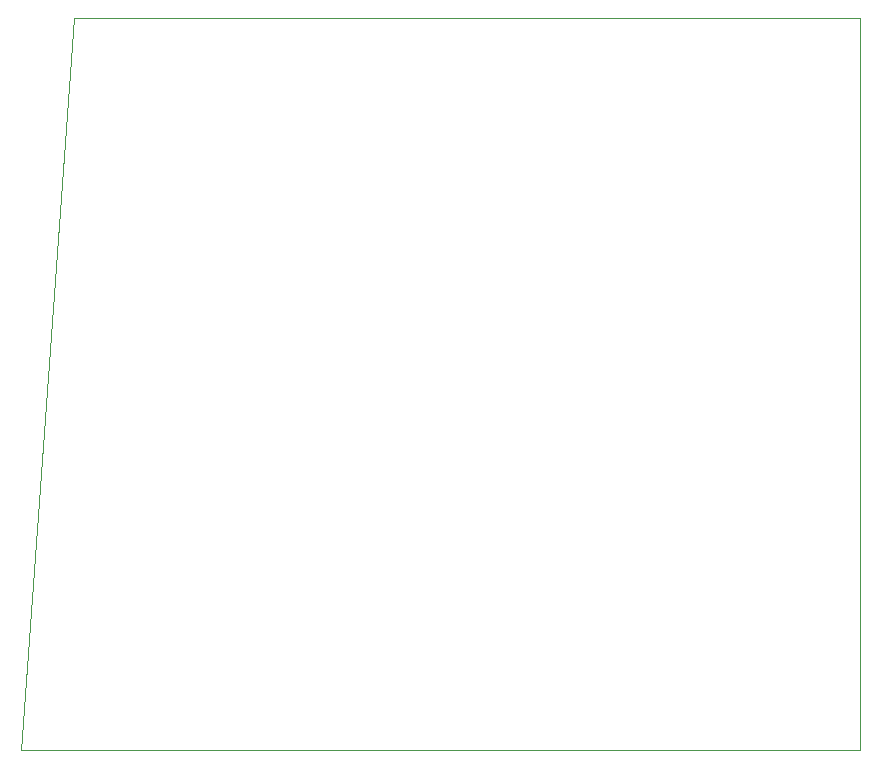
<source format=gbr>
%TF.GenerationSoftware,KiCad,Pcbnew,9.0.1+dfsg-1*%
%TF.CreationDate,2025-05-19T03:38:22+05:30*%
%TF.ProjectId,SmartHeaterControl,536d6172-7448-4656-9174-6572436f6e74,rev?*%
%TF.SameCoordinates,Original*%
%TF.FileFunction,Profile,NP*%
%FSLAX46Y46*%
G04 Gerber Fmt 4.6, Leading zero omitted, Abs format (unit mm)*
G04 Created by KiCad (PCBNEW 9.0.1+dfsg-1) date 2025-05-19 03:38:22*
%MOMM*%
%LPD*%
G01*
G04 APERTURE LIST*
%TA.AperFunction,Profile*%
%ADD10C,0.050000*%
%TD*%
G04 APERTURE END LIST*
D10*
X165500000Y-61500000D02*
X165500000Y-123500000D01*
X165500000Y-123500000D02*
X94500000Y-123500000D01*
X94500000Y-123500000D02*
X99000000Y-61500000D01*
X99000000Y-61500000D02*
X165500000Y-61500000D01*
M02*

</source>
